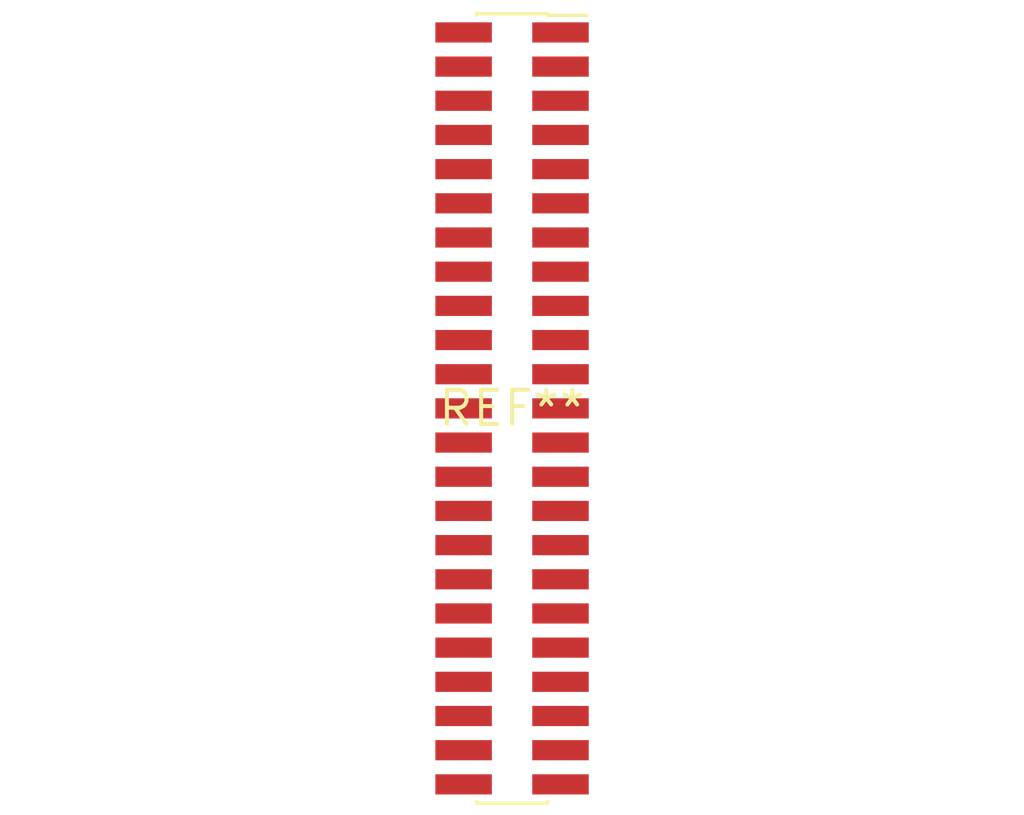
<source format=kicad_pcb>
(kicad_pcb (version 20240108) (generator pcbnew)
  (layers (0 "F.Cu" signal) (31 "B.Cu" signal) (34 "B.Paste" user) (35 "F.Paste" user) (36 "B.SilkS" user "B.Silkscreen") (37 "F.SilkS" user "F.Silkscreen") (38 "B.Mask" user) (39 "F.Mask" user) (44 "Edge.Cuts" user))
  (net 0 "")
  (footprint "PinSocket_2x23_P1.27mm_Vertical_SMD" (layer "F.Cu") (at 0 0)
    (property "Reference" "REF**")
    (property "Value" "PinSocket_2x23_P1.27mm_Vertical_SMD")
    (fp_line (start -1.33 -14.665) (end -1.33 -14.605) (layer "F.SilkS") (stroke (width 0.12)))
    (fp_line (start -1.33 -14.665) (end 1.33 -14.665) (layer "F.SilkS") (stroke (width 0.12)))
    (fp_line (start -1.33 14.605) (end -1.33 14.665) (layer "F.SilkS") (stroke (width 0.12)))
    (fp_line (start -1.33 14.665) (end 1.33 14.665) (layer "F.SilkS") (stroke (width 0.12)))
    (fp_line (start 1.33 -14.665) (end 1.33 -14.605) (layer "F.SilkS") (stroke (width 0.12)))
    (fp_line (start 1.33 -14.605) (end 2.79 -14.605) (layer "F.SilkS") (stroke (width 0.12)))
    (fp_line (start 1.33 14.605) (end 1.33 14.665) (layer "F.SilkS") (stroke (width 0.12)))
    (pad "1" smd rect (at 1.8 -13.97) (size 2.1 0.75) (layers "F.Cu" "F.Paste" "F.Mask"))
    (pad "2" smd rect (at -1.8 -13.97) (size 2.1 0.75) (layers "F.Cu" "F.Paste" "F.Mask"))
    (pad "3" smd rect (at 1.8 -12.7) (size 2.1 0.75) (layers "F.Cu" "F.Paste" "F.Mask"))
    (pad "4" smd rect (at -1.8 -12.7) (size 2.1 0.75) (layers "F.Cu" "F.Paste" "F.Mask"))
    (pad "5" smd rect (at 1.8 -11.43) (size 2.1 0.75) (layers "F.Cu" "F.Paste" "F.Mask"))
    (pad "6" smd rect (at -1.8 -11.43) (size 2.1 0.75) (layers "F.Cu" "F.Paste" "F.Mask"))
    (pad "7" smd rect (at 1.8 -10.16) (size 2.1 0.75) (layers "F.Cu" "F.Paste" "F.Mask"))
    (pad "8" smd rect (at -1.8 -10.16) (size 2.1 0.75) (layers "F.Cu" "F.Paste" "F.Mask"))
    (pad "9" smd rect (at 1.8 -8.89) (size 2.1 0.75) (layers "F.Cu" "F.Paste" "F.Mask"))
    (pad "10" smd rect (at -1.8 -8.89) (size 2.1 0.75) (layers "F.Cu" "F.Paste" "F.Mask"))
    (pad "11" smd rect (at 1.8 -7.62) (size 2.1 0.75) (layers "F.Cu" "F.Paste" "F.Mask"))
    (pad "12" smd rect (at -1.8 -7.62) (size 2.1 0.75) (layers "F.Cu" "F.Paste" "F.Mask"))
    (pad "13" smd rect (at 1.8 -6.35) (size 2.1 0.75) (layers "F.Cu" "F.Paste" "F.Mask"))
    (pad "14" smd rect (at -1.8 -6.35) (size 2.1 0.75) (layers "F.Cu" "F.Paste" "F.Mask"))
    (pad "15" smd rect (at 1.8 -5.08) (size 2.1 0.75) (layers "F.Cu" "F.Paste" "F.Mask"))
    (pad "16" smd rect (at -1.8 -5.08) (size 2.1 0.75) (layers "F.Cu" "F.Paste" "F.Mask"))
    (pad "17" smd rect (at 1.8 -3.81) (size 2.1 0.75) (layers "F.Cu" "F.Paste" "F.Mask"))
    (pad "18" smd rect (at -1.8 -3.81) (size 2.1 0.75) (layers "F.Cu" "F.Paste" "F.Mask"))
    (pad "19" smd rect (at 1.8 -2.54) (size 2.1 0.75) (layers "F.Cu" "F.Paste" "F.Mask"))
    (pad "20" smd rect (at -1.8 -2.54) (size 2.1 0.75) (layers "F.Cu" "F.Paste" "F.Mask"))
    (pad "21" smd rect (at 1.8 -1.27) (size 2.1 0.75) (layers "F.Cu" "F.Paste" "F.Mask"))
    (pad "22" smd rect (at -1.8 -1.27) (size 2.1 0.75) (layers "F.Cu" "F.Paste" "F.Mask"))
    (pad "23" smd rect (at 1.8 0) (size 2.1 0.75) (layers "F.Cu" "F.Paste" "F.Mask"))
    (pad "24" smd rect (at -1.8 0) (size 2.1 0.75) (layers "F.Cu" "F.Paste" "F.Mask"))
    (pad "25" smd rect (at 1.8 1.27) (size 2.1 0.75) (layers "F.Cu" "F.Paste" "F.Mask"))
    (pad "26" smd rect (at -1.8 1.27) (size 2.1 0.75) (layers "F.Cu" "F.Paste" "F.Mask"))
    (pad "27" smd rect (at 1.8 2.54) (size 2.1 0.75) (layers "F.Cu" "F.Paste" "F.Mask"))
    (pad "28" smd rect (at -1.8 2.54) (size 2.1 0.75) (layers "F.Cu" "F.Paste" "F.Mask"))
    (pad "29" smd rect (at 1.8 3.81) (size 2.1 0.75) (layers "F.Cu" "F.Paste" "F.Mask"))
    (pad "30" smd rect (at -1.8 3.81) (size 2.1 0.75) (layers "F.Cu" "F.Paste" "F.Mask"))
    (pad "31" smd rect (at 1.8 5.08) (size 2.1 0.75) (layers "F.Cu" "F.Paste" "F.Mask"))
    (pad "32" smd rect (at -1.8 5.08) (size 2.1 0.75) (layers "F.Cu" "F.Paste" "F.Mask"))
    (pad "33" smd rect (at 1.8 6.35) (size 2.1 0.75) (layers "F.Cu" "F.Paste" "F.Mask"))
    (pad "34" smd rect (at -1.8 6.35) (size 2.1 0.75) (layers "F.Cu" "F.Paste" "F.Mask"))
    (pad "35" smd rect (at 1.8 7.62) (size 2.1 0.75) (layers "F.Cu" "F.Paste" "F.Mask"))
    (pad "36" smd rect (at -1.8 7.62) (size 2.1 0.75) (layers "F.Cu" "F.Paste" "F.Mask"))
    (pad "37" smd rect (at 1.8 8.89) (size 2.1 0.75) (layers "F.Cu" "F.Paste" "F.Mask"))
    (pad "38" smd rect (at -1.8 8.89) (size 2.1 0.75) (layers "F.Cu" "F.Paste" "F.Mask"))
    (pad "39" smd rect (at 1.8 10.16) (size 2.1 0.75) (layers "F.Cu" "F.Paste" "F.Mask"))
    (pad "40" smd rect (at -1.8 10.16) (size 2.1 0.75) (layers "F.Cu" "F.Paste" "F.Mask"))
    (pad "41" smd rect (at 1.8 11.43) (size 2.1 0.75) (layers "F.Cu" "F.Paste" "F.Mask"))
    (pad "42" smd rect (at -1.8 11.43) (size 2.1 0.75) (layers "F.Cu" "F.Paste" "F.Mask"))
    (pad "43" smd rect (at 1.8 12.7) (size 2.1 0.75) (layers "F.Cu" "F.Paste" "F.Mask"))
    (pad "44" smd rect (at -1.8 12.7) (size 2.1 0.75) (layers "F.Cu" "F.Paste" "F.Mask"))
    (pad "45" smd rect (at 1.8 13.97) (size 2.1 0.75) (layers "F.Cu" "F.Paste" "F.Mask"))
    (pad "46" smd rect (at -1.8 13.97) (size 2.1 0.75) (layers "F.Cu" "F.Paste" "F.Mask"))
  )
)
</source>
